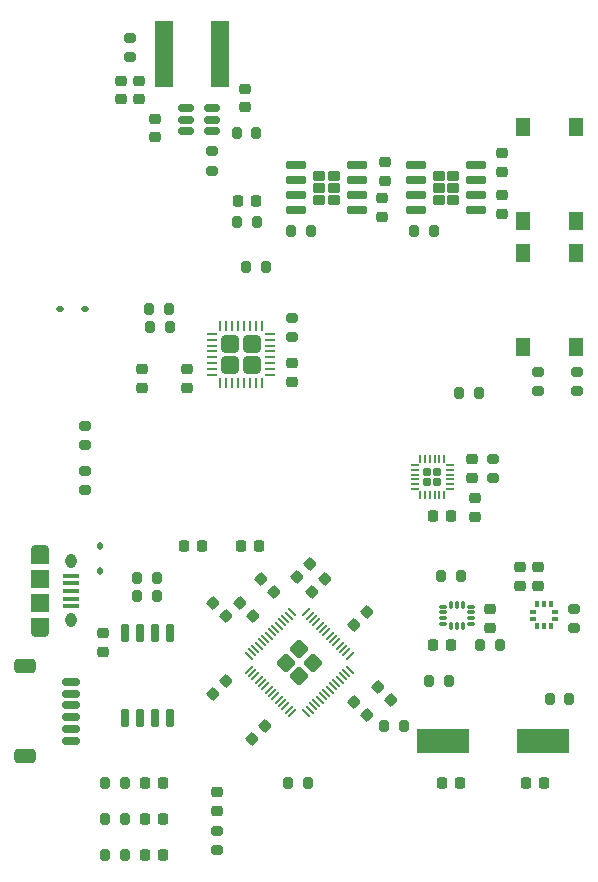
<source format=gbr>
%TF.GenerationSoftware,KiCad,Pcbnew,7.0.2-0*%
%TF.CreationDate,2023-07-08T16:01:00+12:00*%
%TF.ProjectId,RpiFly v3,52706946-6c79-4207-9633-2e6b69636164,rev?*%
%TF.SameCoordinates,PX753dac0PY7a91ee0*%
%TF.FileFunction,Paste,Top*%
%TF.FilePolarity,Positive*%
%FSLAX46Y46*%
G04 Gerber Fmt 4.6, Leading zero omitted, Abs format (unit mm)*
G04 Created by KiCad (PCBNEW 7.0.2-0) date 2023-07-08 16:01:00*
%MOMM*%
%LPD*%
G01*
G04 APERTURE LIST*
G04 Aperture macros list*
%AMRoundRect*
0 Rectangle with rounded corners*
0 $1 Rounding radius*
0 $2 $3 $4 $5 $6 $7 $8 $9 X,Y pos of 4 corners*
0 Add a 4 corners polygon primitive as box body*
4,1,4,$2,$3,$4,$5,$6,$7,$8,$9,$2,$3,0*
0 Add four circle primitives for the rounded corners*
1,1,$1+$1,$2,$3*
1,1,$1+$1,$4,$5*
1,1,$1+$1,$6,$7*
1,1,$1+$1,$8,$9*
0 Add four rect primitives between the rounded corners*
20,1,$1+$1,$2,$3,$4,$5,0*
20,1,$1+$1,$4,$5,$6,$7,0*
20,1,$1+$1,$6,$7,$8,$9,0*
20,1,$1+$1,$8,$9,$2,$3,0*%
%AMFreePoly0*
4,1,14,0.266715,0.088284,0.363284,-0.008285,0.375000,-0.036569,0.375000,-0.060000,0.363284,-0.088284,0.335000,-0.100000,-0.335000,-0.100000,-0.363284,-0.088284,-0.375000,-0.060000,-0.375000,0.060000,-0.363284,0.088284,-0.335000,0.100000,0.238431,0.100000,0.266715,0.088284,0.266715,0.088284,$1*%
%AMFreePoly1*
4,1,14,0.363284,0.088284,0.375000,0.060000,0.375000,0.036569,0.363284,0.008285,0.266715,-0.088284,0.238431,-0.100000,-0.335000,-0.100000,-0.363284,-0.088284,-0.375000,-0.060000,-0.375000,0.060000,-0.363284,0.088284,-0.335000,0.100000,0.335000,0.100000,0.363284,0.088284,0.363284,0.088284,$1*%
%AMFreePoly2*
4,1,14,0.088284,0.363284,0.100000,0.335000,0.100000,-0.335000,0.088284,-0.363284,0.060000,-0.375000,-0.060000,-0.375000,-0.088284,-0.363284,-0.100000,-0.335000,-0.100000,0.238431,-0.088284,0.266715,0.008285,0.363284,0.036569,0.375000,0.060000,0.375000,0.088284,0.363284,0.088284,0.363284,$1*%
%AMFreePoly3*
4,1,14,-0.008285,0.363284,0.088284,0.266715,0.100000,0.238431,0.100000,-0.335000,0.088284,-0.363284,0.060000,-0.375000,-0.060000,-0.375000,-0.088284,-0.363284,-0.100000,-0.335000,-0.100000,0.335000,-0.088284,0.363284,-0.060000,0.375000,-0.036569,0.375000,-0.008285,0.363284,-0.008285,0.363284,$1*%
%AMFreePoly4*
4,1,14,0.363284,0.088284,0.375000,0.060000,0.375000,-0.060000,0.363284,-0.088284,0.335000,-0.100000,-0.238431,-0.100000,-0.266715,-0.088284,-0.363284,0.008285,-0.375000,0.036569,-0.375000,0.060000,-0.363284,0.088284,-0.335000,0.100000,0.335000,0.100000,0.363284,0.088284,0.363284,0.088284,$1*%
%AMFreePoly5*
4,1,14,0.363284,0.088284,0.375000,0.060000,0.375000,-0.060000,0.363284,-0.088284,0.335000,-0.100000,-0.335000,-0.100000,-0.363284,-0.088284,-0.375000,-0.060000,-0.375000,-0.036569,-0.363284,-0.008285,-0.266715,0.088284,-0.238431,0.100000,0.335000,0.100000,0.363284,0.088284,0.363284,0.088284,$1*%
%AMFreePoly6*
4,1,14,0.088284,0.363284,0.100000,0.335000,0.100000,-0.238431,0.088284,-0.266715,-0.008285,-0.363284,-0.036569,-0.375000,-0.060000,-0.375000,-0.088284,-0.363284,-0.100000,-0.335000,-0.100000,0.335000,-0.088284,0.363284,-0.060000,0.375000,0.060000,0.375000,0.088284,0.363284,0.088284,0.363284,$1*%
%AMFreePoly7*
4,1,14,0.088284,0.363284,0.100000,0.335000,0.100000,-0.335000,0.088284,-0.363284,0.060000,-0.375000,0.036569,-0.375000,0.008285,-0.363284,-0.088284,-0.266715,-0.100000,-0.238431,-0.100000,0.335000,-0.088284,0.363284,-0.060000,0.375000,0.060000,0.375000,0.088284,0.363284,0.088284,0.363284,$1*%
G04 Aperture macros list end*
%ADD10RoundRect,0.200000X0.200000X0.275000X-0.200000X0.275000X-0.200000X-0.275000X0.200000X-0.275000X0*%
%ADD11RoundRect,0.225000X-0.250000X0.225000X-0.250000X-0.225000X0.250000X-0.225000X0.250000X0.225000X0*%
%ADD12RoundRect,0.200000X-0.275000X0.200000X-0.275000X-0.200000X0.275000X-0.200000X0.275000X0.200000X0*%
%ADD13RoundRect,0.250000X0.475000X-0.475000X0.475000X0.475000X-0.475000X0.475000X-0.475000X-0.475000X0*%
%ADD14RoundRect,0.062500X0.062500X-0.375000X0.062500X0.375000X-0.062500X0.375000X-0.062500X-0.375000X0*%
%ADD15RoundRect,0.062500X0.375000X-0.062500X0.375000X0.062500X-0.375000X0.062500X-0.375000X-0.062500X0*%
%ADD16RoundRect,0.200000X-0.200000X-0.275000X0.200000X-0.275000X0.200000X0.275000X-0.200000X0.275000X0*%
%ADD17RoundRect,0.150000X-0.512500X-0.150000X0.512500X-0.150000X0.512500X0.150000X-0.512500X0.150000X0*%
%ADD18RoundRect,0.225000X-0.335876X-0.017678X-0.017678X-0.335876X0.335876X0.017678X0.017678X0.335876X0*%
%ADD19RoundRect,0.222500X0.297500X0.222500X-0.297500X0.222500X-0.297500X-0.222500X0.297500X-0.222500X0*%
%ADD20RoundRect,0.150000X0.737500X0.150000X-0.737500X0.150000X-0.737500X-0.150000X0.737500X-0.150000X0*%
%ADD21RoundRect,0.225000X0.250000X-0.225000X0.250000X0.225000X-0.250000X0.225000X-0.250000X-0.225000X0*%
%ADD22R,1.300000X1.550000*%
%ADD23RoundRect,0.218750X-0.218750X-0.256250X0.218750X-0.256250X0.218750X0.256250X-0.218750X0.256250X0*%
%ADD24RoundRect,0.225000X-0.225000X-0.250000X0.225000X-0.250000X0.225000X0.250000X-0.225000X0.250000X0*%
%ADD25RoundRect,0.225000X0.335876X0.017678X0.017678X0.335876X-0.335876X-0.017678X-0.017678X-0.335876X0*%
%ADD26R,4.500000X2.000000*%
%ADD27RoundRect,0.112500X-0.112500X0.187500X-0.112500X-0.187500X0.112500X-0.187500X0.112500X0.187500X0*%
%ADD28RoundRect,0.225000X-0.017678X0.335876X-0.335876X0.017678X0.017678X-0.335876X0.335876X-0.017678X0*%
%ADD29RoundRect,0.225000X0.225000X0.250000X-0.225000X0.250000X-0.225000X-0.250000X0.225000X-0.250000X0*%
%ADD30RoundRect,0.100000X-0.175000X-0.100000X0.175000X-0.100000X0.175000X0.100000X-0.175000X0.100000X0*%
%ADD31RoundRect,0.100000X-0.100000X-0.175000X0.100000X-0.175000X0.100000X0.175000X-0.100000X0.175000X0*%
%ADD32O,1.550000X0.890000*%
%ADD33O,0.950000X1.250000*%
%ADD34R,1.350000X0.400000*%
%ADD35R,1.550000X1.200000*%
%ADD36R,1.550000X1.500000*%
%ADD37RoundRect,0.150000X0.150000X-0.650000X0.150000X0.650000X-0.150000X0.650000X-0.150000X-0.650000X0*%
%ADD38RoundRect,0.249999X0.000000X-0.558616X0.558616X0.000000X0.000000X0.558616X-0.558616X0.000000X0*%
%ADD39RoundRect,0.050000X-0.238649X-0.309359X0.309359X0.238649X0.238649X0.309359X-0.309359X-0.238649X0*%
%ADD40RoundRect,0.050000X0.238649X-0.309359X0.309359X-0.238649X-0.238649X0.309359X-0.309359X0.238649X0*%
%ADD41RoundRect,0.225000X0.017678X-0.335876X0.335876X-0.017678X-0.017678X0.335876X-0.335876X0.017678X0*%
%ADD42RoundRect,0.200000X0.275000X-0.200000X0.275000X0.200000X-0.275000X0.200000X-0.275000X-0.200000X0*%
%ADD43RoundRect,0.160000X-0.195000X-0.160000X0.195000X-0.160000X0.195000X0.160000X-0.195000X0.160000X0*%
%ADD44FreePoly0,0.000000*%
%ADD45RoundRect,0.050000X-0.325000X-0.050000X0.325000X-0.050000X0.325000X0.050000X-0.325000X0.050000X0*%
%ADD46FreePoly1,0.000000*%
%ADD47FreePoly2,0.000000*%
%ADD48RoundRect,0.050000X-0.050000X-0.325000X0.050000X-0.325000X0.050000X0.325000X-0.050000X0.325000X0*%
%ADD49FreePoly3,0.000000*%
%ADD50FreePoly4,0.000000*%
%ADD51FreePoly5,0.000000*%
%ADD52FreePoly6,0.000000*%
%ADD53FreePoly7,0.000000*%
%ADD54RoundRect,0.150000X-0.625000X0.150000X-0.625000X-0.150000X0.625000X-0.150000X0.625000X0.150000X0*%
%ADD55RoundRect,0.250000X-0.650000X0.350000X-0.650000X-0.350000X0.650000X-0.350000X0.650000X0.350000X0*%
%ADD56RoundRect,0.112500X-0.187500X-0.112500X0.187500X-0.112500X0.187500X0.112500X-0.187500X0.112500X0*%
%ADD57RoundRect,0.087500X-0.225000X-0.087500X0.225000X-0.087500X0.225000X0.087500X-0.225000X0.087500X0*%
%ADD58RoundRect,0.087500X-0.087500X-0.225000X0.087500X-0.225000X0.087500X0.225000X-0.087500X0.225000X0*%
%ADD59R,1.600000X5.700000*%
G04 APERTURE END LIST*
D10*
%TO.C,R6*%
X37401000Y17780000D03*
X35751000Y17780000D03*
%TD*%
D11*
%TO.C,C26*%
X15240000Y44209000D03*
X15240000Y42659000D03*
%TD*%
D12*
%TO.C,R19*%
X6604000Y39433000D03*
X6604000Y37783000D03*
%TD*%
D13*
%TO.C,U7*%
X18912000Y44566000D03*
X20712000Y44566000D03*
X18912000Y46366000D03*
X20712000Y46366000D03*
D14*
X18062000Y43028500D03*
X18562000Y43028500D03*
X19062000Y43028500D03*
X19562000Y43028500D03*
X20062000Y43028500D03*
X20562000Y43028500D03*
X21062000Y43028500D03*
X21562000Y43028500D03*
D15*
X22249500Y43716000D03*
X22249500Y44216000D03*
X22249500Y44716000D03*
X22249500Y45216000D03*
X22249500Y45716000D03*
X22249500Y46216000D03*
X22249500Y46716000D03*
X22249500Y47216000D03*
D14*
X21562000Y47903500D03*
X21062000Y47903500D03*
X20562000Y47903500D03*
X20062000Y47903500D03*
X19562000Y47903500D03*
X19062000Y47903500D03*
X18562000Y47903500D03*
X18062000Y47903500D03*
D15*
X17374500Y47216000D03*
X17374500Y46716000D03*
X17374500Y46216000D03*
X17374500Y45716000D03*
X17374500Y45216000D03*
X17374500Y44716000D03*
X17374500Y44216000D03*
X17374500Y43716000D03*
%TD*%
D16*
%TO.C,R4*%
X11036800Y26517600D03*
X12686800Y26517600D03*
%TD*%
D17*
%TO.C,U3*%
X15131700Y66294000D03*
X15131700Y65344000D03*
X15131700Y64394000D03*
X17406700Y64394000D03*
X17406700Y65344000D03*
X17406700Y66294000D03*
%TD*%
D18*
%TO.C,C3*%
X29423992Y16042008D03*
X30520008Y14945992D03*
%TD*%
D19*
%TO.C,U5*%
X27666000Y58533000D03*
X27666000Y59563000D03*
X27666000Y60593000D03*
X26466000Y58533000D03*
X26466000Y59563000D03*
X26466000Y60593000D03*
D20*
X29628500Y57658000D03*
X29628500Y58928000D03*
X29628500Y60198000D03*
X29628500Y61468000D03*
X24503500Y61468000D03*
X24503500Y60198000D03*
X24503500Y58928000D03*
X24503500Y57658000D03*
%TD*%
D21*
%TO.C,C14*%
X20167600Y66408000D03*
X20167600Y67958000D03*
%TD*%
D12*
%TO.C,R27*%
X24130000Y48577000D03*
X24130000Y46927000D03*
%TD*%
D22*
%TO.C,S2*%
X43724000Y46063000D03*
X43724000Y54013000D03*
X48224000Y46063000D03*
X48224000Y54013000D03*
%TD*%
D11*
%TO.C,C29*%
X43434000Y27445000D03*
X43434000Y25895000D03*
%TD*%
D23*
%TO.C,D2*%
X11658500Y9144000D03*
X13233500Y9144000D03*
%TD*%
D24*
%TO.C,C30*%
X36055000Y20828000D03*
X37605000Y20828000D03*
%TD*%
D16*
%TO.C,R22*%
X20257000Y52832000D03*
X21907000Y52832000D03*
%TD*%
D24*
%TO.C,C18*%
X19799000Y29210000D03*
X21349000Y29210000D03*
%TD*%
D10*
%TO.C,R10*%
X9969000Y6096000D03*
X8319000Y6096000D03*
%TD*%
D25*
%TO.C,C6*%
X20868008Y23327992D03*
X19771992Y24424008D03*
%TD*%
D16*
%TO.C,R17*%
X19495000Y56642000D03*
X21145000Y56642000D03*
%TD*%
D26*
%TO.C,Y1*%
X45398000Y12700000D03*
X36898000Y12700000D03*
%TD*%
D27*
%TO.C,D5*%
X7874000Y29244000D03*
X7874000Y27144000D03*
%TD*%
D11*
%TO.C,C16*%
X11201400Y68618400D03*
X11201400Y67068400D03*
%TD*%
%TO.C,C28*%
X24130000Y44717000D03*
X24130000Y43167000D03*
%TD*%
D28*
%TO.C,C5*%
X18582008Y17820008D03*
X17485992Y16723992D03*
%TD*%
D19*
%TO.C,U6*%
X37796000Y58533000D03*
X37796000Y59563000D03*
X37796000Y60593000D03*
X36596000Y58533000D03*
X36596000Y59563000D03*
X36596000Y60593000D03*
D20*
X39758500Y57658000D03*
X39758500Y58928000D03*
X39758500Y60198000D03*
X39758500Y61468000D03*
X34633500Y61468000D03*
X34633500Y60198000D03*
X34633500Y58928000D03*
X34633500Y57658000D03*
%TD*%
D10*
%TO.C,R23*%
X36131000Y55880000D03*
X34481000Y55880000D03*
%TD*%
D24*
%TO.C,C33*%
X36055000Y31750000D03*
X37605000Y31750000D03*
%TD*%
D29*
%TO.C,C11*%
X38367000Y9144000D03*
X36817000Y9144000D03*
%TD*%
D25*
%TO.C,C9*%
X18582008Y23327992D03*
X17485992Y24424008D03*
%TD*%
D10*
%TO.C,R21*%
X25717000Y55880000D03*
X24067000Y55880000D03*
%TD*%
D30*
%TO.C,U8*%
X44541000Y23668000D03*
X44541000Y23068000D03*
D31*
X44866000Y22443000D03*
X45466000Y22443000D03*
X46066000Y22443000D03*
D30*
X46391000Y23068000D03*
X46391000Y23668000D03*
D31*
X46066000Y24293000D03*
X45466000Y24293000D03*
X44866000Y24293000D03*
%TD*%
D10*
%TO.C,R13*%
X47624000Y16256000D03*
X45974000Y16256000D03*
%TD*%
%TO.C,R12*%
X13779000Y47752000D03*
X12129000Y47752000D03*
%TD*%
D32*
%TO.C,J1*%
X2764000Y28940000D03*
D33*
X5464000Y27940000D03*
X5464000Y22940000D03*
D32*
X2764000Y21940000D03*
D34*
X5464000Y26740000D03*
X5464000Y26090000D03*
X5464000Y25440000D03*
X5464000Y24790000D03*
X5464000Y24140000D03*
D35*
X2764000Y28340000D03*
D36*
X2764000Y26440000D03*
X2764000Y24440000D03*
D35*
X2764000Y22540000D03*
%TD*%
D10*
%TO.C,R15*%
X21094200Y64185800D03*
X19444200Y64185800D03*
%TD*%
D24*
%TO.C,C19*%
X14960000Y29210000D03*
X16510000Y29210000D03*
%TD*%
D18*
%TO.C,C2*%
X31455992Y17312008D03*
X32552008Y16215992D03*
%TD*%
D37*
%TO.C,U2*%
X10033000Y14688000D03*
X11303000Y14688000D03*
X12573000Y14688000D03*
X13843000Y14688000D03*
X13843000Y21888000D03*
X12573000Y21888000D03*
X11303000Y21888000D03*
X10033000Y21888000D03*
%TD*%
D38*
%TO.C,U1*%
X23615299Y19363171D03*
X24746670Y18231800D03*
X24746670Y20494542D03*
X25878041Y19363171D03*
D39*
X20477513Y18770969D03*
X20760356Y18488126D03*
X21043198Y18205284D03*
X21326041Y17922441D03*
X21608884Y17639598D03*
X21891726Y17356756D03*
X22174569Y17073913D03*
X22457412Y16791070D03*
X22740255Y16508227D03*
X23023097Y16225385D03*
X23305940Y15942542D03*
X23588783Y15659699D03*
X23871625Y15376857D03*
X24154468Y15094014D03*
D40*
X25338872Y15094014D03*
X25621715Y15376857D03*
X25904557Y15659699D03*
X26187400Y15942542D03*
X26470243Y16225385D03*
X26753085Y16508227D03*
X27035928Y16791070D03*
X27318771Y17073913D03*
X27601614Y17356756D03*
X27884456Y17639598D03*
X28167299Y17922441D03*
X28450142Y18205284D03*
X28732984Y18488126D03*
X29015827Y18770969D03*
D39*
X29015827Y19955373D03*
X28732984Y20238216D03*
X28450142Y20521058D03*
X28167299Y20803901D03*
X27884456Y21086744D03*
X27601614Y21369586D03*
X27318771Y21652429D03*
X27035928Y21935272D03*
X26753085Y22218115D03*
X26470243Y22500957D03*
X26187400Y22783800D03*
X25904557Y23066643D03*
X25621715Y23349485D03*
X25338872Y23632328D03*
D40*
X24154468Y23632328D03*
X23871625Y23349485D03*
X23588783Y23066643D03*
X23305940Y22783800D03*
X23023097Y22500957D03*
X22740255Y22218115D03*
X22457412Y21935272D03*
X22174569Y21652429D03*
X21891726Y21369586D03*
X21608884Y21086744D03*
X21326041Y20803901D03*
X21043198Y20521058D03*
X20760356Y20238216D03*
X20477513Y19955373D03*
%TD*%
D10*
%TO.C,R18*%
X25463000Y9144000D03*
X23813000Y9144000D03*
%TD*%
D41*
%TO.C,C10*%
X24597992Y26629992D03*
X25694008Y27726008D03*
%TD*%
D10*
%TO.C,R1*%
X33591000Y13970000D03*
X31941000Y13970000D03*
%TD*%
%TO.C,R11*%
X9969000Y3048000D03*
X8319000Y3048000D03*
%TD*%
D11*
%TO.C,C17*%
X9652000Y68618400D03*
X9652000Y67068400D03*
%TD*%
D42*
%TO.C,R14*%
X10439400Y70625200D03*
X10439400Y72275200D03*
%TD*%
D10*
%TO.C,R9*%
X9969000Y9144000D03*
X8319000Y9144000D03*
%TD*%
D21*
%TO.C,C21*%
X31750000Y57137000D03*
X31750000Y58687000D03*
%TD*%
D43*
%TO.C,U10*%
X35574000Y35476000D03*
X35574000Y34676000D03*
X36454000Y35476000D03*
X36454000Y34676000D03*
D44*
X34514000Y36076000D03*
D45*
X34514000Y35676000D03*
X34514000Y35276000D03*
X34514000Y34876000D03*
X34514000Y34476000D03*
D46*
X34514000Y34076000D03*
D47*
X35014000Y33576000D03*
D48*
X35414000Y33576000D03*
X35814000Y33576000D03*
X36214000Y33576000D03*
X36614000Y33576000D03*
D49*
X37014000Y33576000D03*
D50*
X37514000Y34076000D03*
D45*
X37514000Y34476000D03*
X37514000Y34876000D03*
X37514000Y35276000D03*
X37514000Y35676000D03*
D51*
X37514000Y36076000D03*
D52*
X37014000Y36576000D03*
D48*
X36614000Y36576000D03*
X36214000Y36576000D03*
X35814000Y36576000D03*
X35414000Y36576000D03*
D53*
X35014000Y36576000D03*
%TD*%
D54*
%TO.C,J9*%
X5399000Y17740000D03*
X5399000Y16740000D03*
X5399000Y15740000D03*
X5399000Y14740000D03*
X5399000Y13740000D03*
X5399000Y12740000D03*
D55*
X1524000Y19040000D03*
X1524000Y11440000D03*
%TD*%
D21*
%TO.C,C32*%
X39624000Y31737000D03*
X39624000Y33287000D03*
%TD*%
D10*
%TO.C,R24*%
X39941000Y42164000D03*
X38291000Y42164000D03*
%TD*%
D29*
%TO.C,C12*%
X45479000Y9144000D03*
X43929000Y9144000D03*
%TD*%
D56*
%TO.C,D6*%
X4538000Y49276000D03*
X6638000Y49276000D03*
%TD*%
D21*
%TO.C,C34*%
X17780000Y6845000D03*
X17780000Y8395000D03*
%TD*%
D42*
%TO.C,R2*%
X44958000Y42355000D03*
X44958000Y44005000D03*
%TD*%
D21*
%TO.C,C20*%
X11430000Y42659000D03*
X11430000Y44209000D03*
%TD*%
D11*
%TO.C,C15*%
X12522200Y65392600D03*
X12522200Y63842600D03*
%TD*%
%TO.C,C23*%
X32004000Y61735000D03*
X32004000Y60185000D03*
%TD*%
D25*
%TO.C,C1*%
X22646008Y25359992D03*
X21549992Y26456008D03*
%TD*%
D11*
%TO.C,C25*%
X44958000Y27445000D03*
X44958000Y25895000D03*
%TD*%
D23*
%TO.C,D4*%
X11658500Y3048000D03*
X13233500Y3048000D03*
%TD*%
D21*
%TO.C,C22*%
X41910000Y57378000D03*
X41910000Y58928000D03*
%TD*%
D42*
%TO.C,R25*%
X48006000Y22289000D03*
X48006000Y23939000D03*
%TD*%
D57*
%TO.C,U9*%
X36937500Y24118000D03*
X36937500Y23618000D03*
X36937500Y23118000D03*
X36937500Y22618000D03*
D58*
X37600000Y22455500D03*
X38100000Y22455500D03*
X38600000Y22455500D03*
D57*
X39262500Y22618000D03*
X39262500Y23118000D03*
X39262500Y23618000D03*
X39262500Y24118000D03*
D58*
X38600000Y24280500D03*
X38100000Y24280500D03*
X37600000Y24280500D03*
%TD*%
D12*
%TO.C,R20*%
X6604000Y35623000D03*
X6604000Y33973000D03*
%TD*%
D16*
%TO.C,R8*%
X12066000Y49276000D03*
X13716000Y49276000D03*
%TD*%
D12*
%TO.C,R28*%
X41148000Y36639000D03*
X41148000Y34989000D03*
%TD*%
D22*
%TO.C,S3*%
X43724000Y56731000D03*
X43724000Y64681000D03*
X48224000Y56731000D03*
X48224000Y64681000D03*
%TD*%
D23*
%TO.C,D1*%
X19532500Y58420000D03*
X21107500Y58420000D03*
%TD*%
D12*
%TO.C,R16*%
X17399000Y62674000D03*
X17399000Y61024000D03*
%TD*%
D16*
%TO.C,R3*%
X11036800Y24993600D03*
X12686800Y24993600D03*
%TD*%
%TO.C,R7*%
X36767000Y26670000D03*
X38417000Y26670000D03*
%TD*%
D41*
%TO.C,C7*%
X29423992Y22565992D03*
X30520008Y23662008D03*
%TD*%
D12*
%TO.C,R5*%
X48260000Y44005000D03*
X48260000Y42355000D03*
%TD*%
D42*
%TO.C,R29*%
X17780000Y3493000D03*
X17780000Y5143000D03*
%TD*%
D11*
%TO.C,C24*%
X41910000Y62497000D03*
X41910000Y60947000D03*
%TD*%
D10*
%TO.C,R26*%
X41719000Y20828000D03*
X40069000Y20828000D03*
%TD*%
D11*
%TO.C,C31*%
X39370000Y36589000D03*
X39370000Y35039000D03*
%TD*%
D41*
%TO.C,C8*%
X25867992Y25359992D03*
X26964008Y26456008D03*
%TD*%
D28*
%TO.C,C4*%
X21884008Y14010008D03*
X20787992Y12913992D03*
%TD*%
D23*
%TO.C,D3*%
X11658500Y6096000D03*
X13233500Y6096000D03*
%TD*%
D11*
%TO.C,C27*%
X40894000Y23889000D03*
X40894000Y22339000D03*
%TD*%
D59*
%TO.C,L1*%
X18021800Y70891400D03*
X13321800Y70891400D03*
%TD*%
D11*
%TO.C,C13*%
X8128000Y21857000D03*
X8128000Y20307000D03*
%TD*%
M02*

</source>
